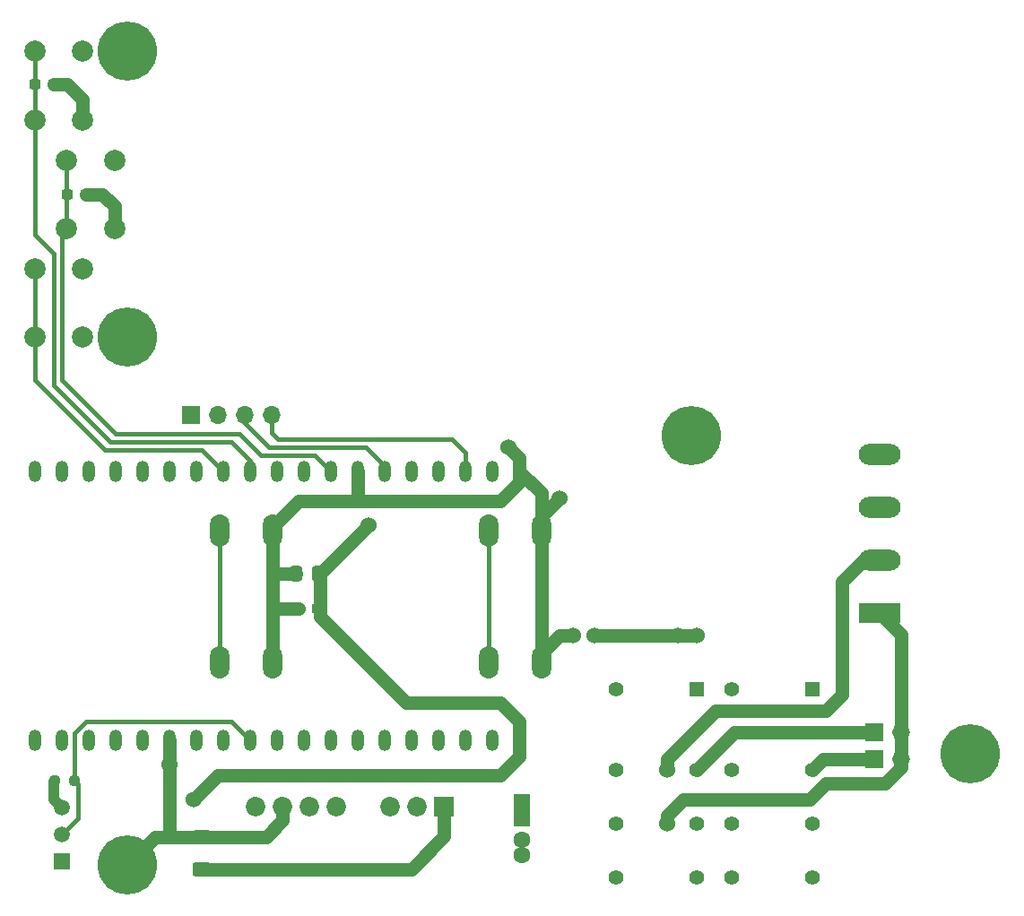
<source format=gbl>
G04 #@! TF.GenerationSoftware,KiCad,Pcbnew,(6.0.9)*
G04 #@! TF.CreationDate,2022-12-13T11:15:51-07:00*
G04 #@! TF.ProjectId,Thermostat1,54686572-6d6f-4737-9461-74312e6b6963,rev?*
G04 #@! TF.SameCoordinates,Original*
G04 #@! TF.FileFunction,Copper,L2,Bot*
G04 #@! TF.FilePolarity,Positive*
%FSLAX46Y46*%
G04 Gerber Fmt 4.6, Leading zero omitted, Abs format (unit mm)*
G04 Created by KiCad (PCBNEW (6.0.9)) date 2022-12-13 11:15:51*
%MOMM*%
%LPD*%
G01*
G04 APERTURE LIST*
G04 Aperture macros list*
%AMRoundRect*
0 Rectangle with rounded corners*
0 $1 Rounding radius*
0 $2 $3 $4 $5 $6 $7 $8 $9 X,Y pos of 4 corners*
0 Add a 4 corners polygon primitive as box body*
4,1,4,$2,$3,$4,$5,$6,$7,$8,$9,$2,$3,0*
0 Add four circle primitives for the rounded corners*
1,1,$1+$1,$2,$3*
1,1,$1+$1,$4,$5*
1,1,$1+$1,$6,$7*
1,1,$1+$1,$8,$9*
0 Add four rect primitives between the rounded corners*
20,1,$1+$1,$2,$3,$4,$5,0*
20,1,$1+$1,$4,$5,$6,$7,0*
20,1,$1+$1,$6,$7,$8,$9,0*
20,1,$1+$1,$8,$9,$2,$3,0*%
G04 Aperture macros list end*
G04 #@! TA.AperFunction,ComponentPad*
%ADD10R,1.600000X1.600000*%
G04 #@! TD*
G04 #@! TA.AperFunction,ComponentPad*
%ADD11C,1.600000*%
G04 #@! TD*
G04 #@! TA.AperFunction,SMDPad,CuDef*
%ADD12RoundRect,0.250000X-0.625000X0.400000X-0.625000X-0.400000X0.625000X-0.400000X0.625000X0.400000X0*%
G04 #@! TD*
G04 #@! TA.AperFunction,ComponentPad*
%ADD13O,1.850000X3.048000*%
G04 #@! TD*
G04 #@! TA.AperFunction,ComponentPad*
%ADD14C,2.000000*%
G04 #@! TD*
G04 #@! TA.AperFunction,ComponentPad*
%ADD15R,1.500000X1.500000*%
G04 #@! TD*
G04 #@! TA.AperFunction,ComponentPad*
%ADD16C,1.500000*%
G04 #@! TD*
G04 #@! TA.AperFunction,ComponentPad*
%ADD17C,5.600000*%
G04 #@! TD*
G04 #@! TA.AperFunction,ComponentPad*
%ADD18R,1.400000X1.400000*%
G04 #@! TD*
G04 #@! TA.AperFunction,ComponentPad*
%ADD19C,1.400000*%
G04 #@! TD*
G04 #@! TA.AperFunction,ComponentPad*
%ADD20R,1.700000X1.700000*%
G04 #@! TD*
G04 #@! TA.AperFunction,ComponentPad*
%ADD21O,1.700000X1.700000*%
G04 #@! TD*
G04 #@! TA.AperFunction,SMDPad,CuDef*
%ADD22RoundRect,0.237500X0.250000X0.237500X-0.250000X0.237500X-0.250000X-0.237500X0.250000X-0.237500X0*%
G04 #@! TD*
G04 #@! TA.AperFunction,SMDPad,CuDef*
%ADD23RoundRect,0.237500X0.300000X0.237500X-0.300000X0.237500X-0.300000X-0.237500X0.300000X-0.237500X0*%
G04 #@! TD*
G04 #@! TA.AperFunction,ComponentPad*
%ADD24R,1.200000X2.000000*%
G04 #@! TD*
G04 #@! TA.AperFunction,ComponentPad*
%ADD25O,1.200000X2.000000*%
G04 #@! TD*
G04 #@! TA.AperFunction,SMDPad,CuDef*
%ADD26RoundRect,0.237500X-0.300000X-0.237500X0.300000X-0.237500X0.300000X0.237500X-0.300000X0.237500X0*%
G04 #@! TD*
G04 #@! TA.AperFunction,ComponentPad*
%ADD27R,3.960000X1.980000*%
G04 #@! TD*
G04 #@! TA.AperFunction,ComponentPad*
%ADD28O,3.960000X1.980000*%
G04 #@! TD*
G04 #@! TA.AperFunction,ComponentPad*
%ADD29C,1.850000*%
G04 #@! TD*
G04 #@! TA.AperFunction,ComponentPad*
%ADD30R,1.850000X1.850000*%
G04 #@! TD*
G04 #@! TA.AperFunction,SMDPad,CuDef*
%ADD31RoundRect,0.250000X0.337500X0.475000X-0.337500X0.475000X-0.337500X-0.475000X0.337500X-0.475000X0*%
G04 #@! TD*
G04 #@! TA.AperFunction,ViaPad*
%ADD32C,1.524000*%
G04 #@! TD*
G04 #@! TA.AperFunction,Conductor*
%ADD33C,1.270000*%
G04 #@! TD*
G04 #@! TA.AperFunction,Conductor*
%ADD34C,0.381000*%
G04 #@! TD*
G04 #@! TA.AperFunction,Conductor*
%ADD35C,1.016000*%
G04 #@! TD*
G04 APERTURE END LIST*
D10*
X72898000Y-98806000D03*
D11*
X72898000Y-103806000D03*
D12*
X42672000Y-102108000D03*
X42672000Y-105208000D03*
D10*
X72898000Y-100362000D03*
D11*
X72898000Y-102362000D03*
D13*
X69712200Y-85665800D03*
X69712200Y-73165800D03*
X74712200Y-85665800D03*
X74712200Y-73165800D03*
D14*
X26909200Y-48413600D03*
X26909200Y-54913600D03*
X31409200Y-48413600D03*
X31409200Y-54913600D03*
X26909200Y-34415800D03*
X26909200Y-27915800D03*
X31409200Y-27915800D03*
X31409200Y-34415800D03*
X29906400Y-38177400D03*
X29906400Y-44677400D03*
X34406400Y-38177400D03*
X34406400Y-44677400D03*
D13*
X44312200Y-85665800D03*
X44312200Y-73165800D03*
X49312200Y-73165800D03*
X49312200Y-85665800D03*
D15*
X29464000Y-104394000D03*
D16*
X29464000Y-101854000D03*
X29464000Y-99314000D03*
D17*
X35636200Y-104724200D03*
X35636200Y-27914600D03*
X115189000Y-94234000D03*
X35636200Y-54914800D03*
X88900000Y-64185800D03*
D18*
X100330000Y-88138000D03*
D19*
X100330000Y-95758000D03*
X100330000Y-100828000D03*
X100330000Y-105918000D03*
X92700000Y-105928000D03*
X92700000Y-100848000D03*
X92710000Y-95758000D03*
X92710000Y-88138000D03*
D20*
X41656000Y-62230000D03*
D21*
X44196000Y-62230000D03*
X46736000Y-62230000D03*
X49276000Y-62230000D03*
D22*
X30630500Y-96774000D03*
X28805500Y-96774000D03*
D23*
X53541000Y-80518000D03*
X51816000Y-80518000D03*
D20*
X106172000Y-92202000D03*
D21*
X108712000Y-92202000D03*
D24*
X72641280Y-92964000D03*
D25*
X70101280Y-92964000D03*
X67561280Y-92964000D03*
X65021280Y-92964000D03*
X62481280Y-92964000D03*
X59941280Y-92964000D03*
X57401280Y-92964000D03*
X54861280Y-92964000D03*
X52321280Y-92964000D03*
X49781280Y-92964000D03*
X47241280Y-92964000D03*
X44701280Y-92964000D03*
X42161280Y-92964000D03*
X39621280Y-92964000D03*
X37081280Y-92964000D03*
X34541280Y-92964000D03*
X32001280Y-92964000D03*
X29461280Y-92964000D03*
X26921280Y-92964000D03*
X26924000Y-67567680D03*
X29464000Y-67567680D03*
X32001280Y-67564000D03*
X34541280Y-67564000D03*
X37081280Y-67564000D03*
X39621280Y-67564000D03*
X42161280Y-67564000D03*
X44701280Y-67564000D03*
X47241280Y-67564000D03*
X49781280Y-67564000D03*
X52321280Y-67564000D03*
X54861280Y-67564000D03*
X57401280Y-67564000D03*
X59941280Y-67564000D03*
X62481280Y-67564000D03*
X65021280Y-67564000D03*
X67561280Y-67564000D03*
X70101280Y-67564000D03*
X72641280Y-67564000D03*
D26*
X26924000Y-30988000D03*
X28649000Y-30988000D03*
X29972000Y-41402000D03*
X31697000Y-41402000D03*
D27*
X106680000Y-80946000D03*
D28*
X106680000Y-75946000D03*
X106680000Y-70946000D03*
X106680000Y-65946000D03*
D29*
X47777400Y-99237800D03*
X50317400Y-99237800D03*
X52857400Y-99237800D03*
X55397400Y-99237800D03*
X60477400Y-99237800D03*
X63017400Y-99237800D03*
D30*
X65557400Y-99237800D03*
D18*
X89408000Y-88138000D03*
D19*
X89408000Y-95758000D03*
X89408000Y-100838000D03*
X89408000Y-105918000D03*
X81788000Y-105918000D03*
X81788000Y-100838000D03*
X81788000Y-95758000D03*
X81788000Y-88138000D03*
D20*
X106172000Y-94742000D03*
D21*
X108712000Y-94742000D03*
D31*
X53637000Y-77216000D03*
X51562000Y-77216000D03*
D32*
X76454000Y-70104000D03*
X39624000Y-95250000D03*
X77724000Y-83058000D03*
X89408000Y-83058000D03*
X87630000Y-83058000D03*
X79756000Y-83058000D03*
X71628000Y-65278000D03*
X41910000Y-98552000D03*
X58420000Y-72644000D03*
X86614000Y-100838000D03*
X86614000Y-95758000D03*
D33*
X88138000Y-98552000D02*
X86614000Y-100076000D01*
X86614000Y-100076000D02*
X86614000Y-100838000D01*
X100076000Y-98552000D02*
X88138000Y-98552000D01*
X101600000Y-97028000D02*
X100076000Y-98552000D01*
X108712000Y-95504000D02*
X107188000Y-97028000D01*
X107188000Y-97028000D02*
X101600000Y-97028000D01*
X108712000Y-94742000D02*
X108712000Y-95504000D01*
X101600000Y-90170000D02*
X103124000Y-88646000D01*
X105156000Y-75946000D02*
X106680000Y-75946000D01*
X86614000Y-94742000D02*
X91186000Y-90170000D01*
X103124000Y-77978000D02*
X105156000Y-75946000D01*
X86614000Y-95758000D02*
X86614000Y-94742000D01*
X103124000Y-88646000D02*
X103124000Y-77978000D01*
X91186000Y-90170000D02*
X101600000Y-90170000D01*
X62432000Y-105208000D02*
X65557400Y-102082600D01*
X42672000Y-105208000D02*
X62432000Y-105208000D01*
X65557400Y-102082600D02*
X65557400Y-99237800D01*
X74712200Y-69634920D02*
X72641280Y-67564000D01*
X49312200Y-77252200D02*
X49312200Y-73165800D01*
X57404000Y-70358000D02*
X57401280Y-70355280D01*
X51816000Y-70358000D02*
X60195280Y-70358000D01*
X49312200Y-72861800D02*
X51816000Y-70358000D01*
X50317400Y-100558600D02*
X50317400Y-99237800D01*
X74712200Y-85665800D02*
X74712200Y-84799800D01*
X72641280Y-67564000D02*
X72641280Y-68582720D01*
X74712200Y-73165800D02*
X74712200Y-71845800D01*
X39621280Y-99819280D02*
X39621280Y-92964000D01*
X72641280Y-67564000D02*
X72641280Y-66291280D01*
X39624000Y-99822000D02*
X39624000Y-102108000D01*
X79756000Y-83058000D02*
X87630000Y-83058000D01*
X31409200Y-32425200D02*
X29972000Y-30988000D01*
X74712200Y-73165800D02*
X74712200Y-85665800D01*
X51562000Y-77216000D02*
X49348400Y-77216000D01*
X34406400Y-42534400D02*
X33274000Y-41402000D01*
X38252400Y-102108000D02*
X39624000Y-102108000D01*
X72641280Y-68582720D02*
X70866000Y-70358000D01*
X49348400Y-77216000D02*
X49312200Y-77252200D01*
X29972000Y-30988000D02*
X28649000Y-30988000D01*
X35636200Y-104724200D02*
X38252400Y-102108000D01*
X74712200Y-84799800D02*
X76454000Y-83058000D01*
X60195280Y-70358000D02*
X57404000Y-70358000D01*
X49312200Y-80300200D02*
X49312200Y-77252200D01*
X87630000Y-83058000D02*
X89408000Y-83058000D01*
X39624000Y-102108000D02*
X48768000Y-102108000D01*
X31409200Y-34415800D02*
X31409200Y-32425200D01*
X57401280Y-70355280D02*
X57401280Y-67564000D01*
X70866000Y-70358000D02*
X60195280Y-70358000D01*
X49530000Y-80518000D02*
X49312200Y-80300200D01*
X48768000Y-102108000D02*
X50317400Y-100558600D01*
X76454000Y-83058000D02*
X77724000Y-83058000D01*
X74712200Y-71845800D02*
X76454000Y-70104000D01*
X33274000Y-41402000D02*
X31697000Y-41402000D01*
X72641280Y-66291280D02*
X71628000Y-65278000D01*
X34406400Y-44677400D02*
X34406400Y-42534400D01*
X49312200Y-85665800D02*
X49312200Y-80300200D01*
X74712200Y-73165800D02*
X74712200Y-69634920D01*
X49312200Y-73165800D02*
X49312200Y-72861800D01*
X39624000Y-99822000D02*
X39621280Y-99819280D01*
X51816000Y-80518000D02*
X49530000Y-80518000D01*
D34*
X30630500Y-92315290D02*
X30630500Y-96774000D01*
X29464000Y-101854000D02*
X30988000Y-100330000D01*
X30988000Y-100330000D02*
X30988000Y-97131500D01*
X30988000Y-97131500D02*
X30630500Y-96774000D01*
X47241280Y-92964000D02*
X45463280Y-91186000D01*
X31759790Y-91186000D02*
X30630500Y-92315290D01*
X45463280Y-91186000D02*
X31759790Y-91186000D01*
X59941280Y-67053280D02*
X59941280Y-67564000D01*
X49022000Y-65278000D02*
X58166000Y-65278000D01*
X58166000Y-65278000D02*
X59941280Y-67053280D01*
X46736000Y-62992000D02*
X49022000Y-65278000D01*
X49276000Y-63944500D02*
X49847500Y-64516000D01*
X67561280Y-65783280D02*
X67561280Y-67564000D01*
X49276000Y-62992000D02*
X49276000Y-63944500D01*
X66294000Y-64516000D02*
X67561280Y-65783280D01*
X49847500Y-64516000D02*
X66294000Y-64516000D01*
X29906400Y-44677400D02*
X29906400Y-38177400D01*
X53337280Y-66040000D02*
X54861280Y-67564000D01*
X29906400Y-44677400D02*
X29464000Y-45119800D01*
X48260000Y-66040000D02*
X53337280Y-66040000D01*
X46228000Y-64008000D02*
X48260000Y-66040000D01*
X29464000Y-45119800D02*
X29464000Y-58928000D01*
X29464000Y-58928000D02*
X34544000Y-64008000D01*
X34544000Y-64008000D02*
X46228000Y-64008000D01*
X26909200Y-34415800D02*
X26909200Y-27915800D01*
X26909200Y-34415800D02*
X26909200Y-45197200D01*
X28702000Y-59436000D02*
X34036000Y-64770000D01*
X34036000Y-64770000D02*
X45466000Y-64770000D01*
X26909200Y-45197200D02*
X28702000Y-46990000D01*
X47241280Y-66545280D02*
X47241280Y-67564000D01*
X45466000Y-64770000D02*
X47241280Y-66545280D01*
X28702000Y-46990000D02*
X28702000Y-59436000D01*
X33528000Y-65532000D02*
X42669280Y-65532000D01*
X26909200Y-58913200D02*
X33528000Y-65532000D01*
X26909200Y-54913600D02*
X26909200Y-58913200D01*
X26909200Y-54913600D02*
X26909200Y-48413600D01*
X42669280Y-65532000D02*
X44701280Y-67564000D01*
D33*
X106172000Y-94742000D02*
X101346000Y-94742000D01*
X101346000Y-94742000D02*
X100330000Y-95758000D01*
X92964000Y-92202000D02*
X106172000Y-92202000D01*
X89408000Y-95758000D02*
X92964000Y-92202000D01*
D35*
X28702000Y-96877500D02*
X28805500Y-96774000D01*
D33*
X53848000Y-77216000D02*
X58420000Y-72644000D01*
X72641280Y-91183280D02*
X70866000Y-89408000D01*
X72641280Y-92964000D02*
X72641280Y-94490720D01*
X70866000Y-96266000D02*
X44196000Y-96266000D01*
X72641280Y-92964000D02*
X72641280Y-91183280D01*
X53848000Y-81280000D02*
X53848000Y-77216000D01*
X72641280Y-94490720D02*
X70866000Y-96266000D01*
X70866000Y-89408000D02*
X61976000Y-89408000D01*
D35*
X28702000Y-98552000D02*
X28702000Y-96877500D01*
X29464000Y-99314000D02*
X28702000Y-98552000D01*
D33*
X61976000Y-89408000D02*
X53848000Y-81280000D01*
X44196000Y-96266000D02*
X41910000Y-98552000D01*
X108712000Y-92202000D02*
X108712000Y-94742000D01*
X108712000Y-82978000D02*
X108712000Y-92202000D01*
X106680000Y-80946000D02*
X108712000Y-82978000D01*
D34*
X69712200Y-73165800D02*
X69712200Y-85665800D01*
X44312200Y-73165800D02*
X44312200Y-85665800D01*
M02*

</source>
